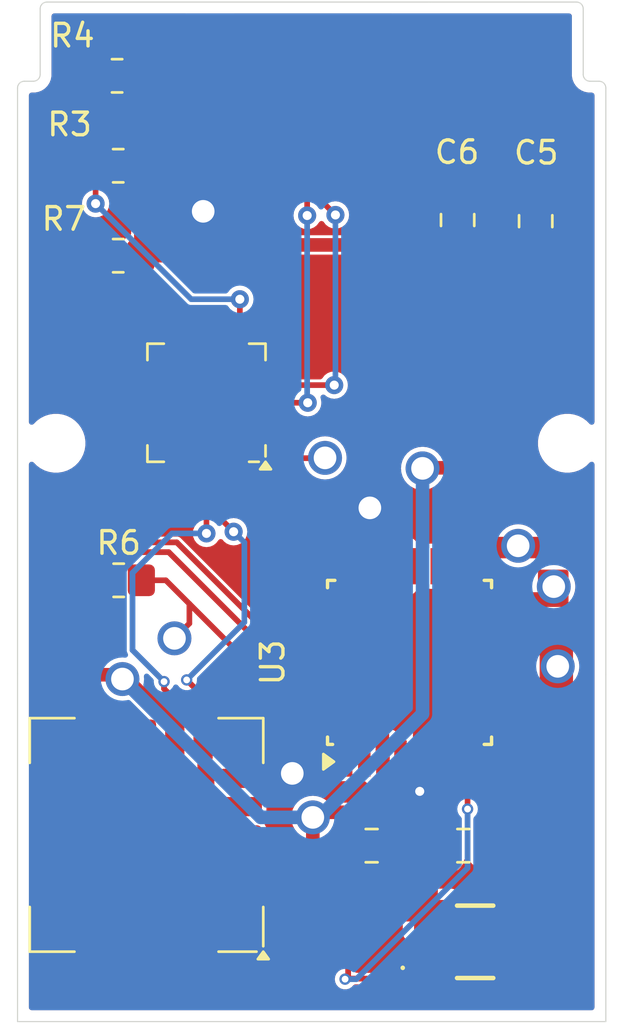
<source format=kicad_pcb>
(kicad_pcb (version 20240108) (generator "pcbnew") (generator_version "8.0")
  (title_block (title "Framework Laptop Expansion Card C02 sensor"))
  (layers (0 "F.Cu" signal) (31 "B.Cu" signal) (34 "B.Paste" user) (35 "F.Paste" user) (36 "B.SilkS" user "B.Silkscreen") (37 "F.SilkS" user "F.Silkscreen") (38 "B.Mask" user) (39 "F.Mask" user) (44 "Edge.Cuts" user))
  (net 0 "")
  (net 1 "GND")
  (net 2 "5V_bus")
  (net 3 "Net-(U4-VBUS)")
  (net 4 "Net-(U3-~{RESET}{slash}PC6)")
  (net 5 "Net-(U4-~{RST})")
  (net 8 "SCK")
  (net 13 "Net-(U3-PC5)")
  (net 14 "MOSI")
  (net 18 "/ATMega RX")
  (net 20 "/ATMega TX")
  (net 22 "Net-(U3-PC4)")
  (net 35 "unconnected-(U4-~{DTR}-Pad28)")
  (net 48 "Net-(C1-CRYSTAL_2)")
  (net 49 "Net-(C1-CRYSTAL_1)")
  (net 50 "Net-(U1-D+)")
  (net 51 "Net-(U1-D-)")
  (net 52 "MISO")
  (footprint "Package_DFN_QFN:QFN-28-1EP_5x5mm_P0.5mm_EP3.35x3.35mm" (layer "F.Cu") (at 86.2 55.45 180)
    (property "Reference" "U4" (hide yes))
    (property "Value" "CP2102N-Axx-xQFN28" (hide yes))
    (fp_line (start 2.61 2.61) (end 2.61 1.885) (stroke (width 0.12)) (layer "F.SilkS"))
    (fp_line (start 2.61 -2.61) (end 2.61 -1.885) (stroke (width 0.12)) (layer "F.SilkS"))
    (fp_line (start 1.885 2.61) (end 2.61 2.61) (stroke (width 0.12)) (layer "F.SilkS"))
    (fp_line (start 1.885 -2.61) (end 2.61 -2.61) (stroke (width 0.12)) (layer "F.SilkS"))
    (fp_line (start -1.885 2.61) (end -2.61 2.61) (stroke (width 0.12)) (layer "F.SilkS"))
    (fp_line (start -1.885 -2.61) (end -2.31 -2.61) (stroke (width 0.12)) (layer "F.SilkS"))
    (fp_line (start -2.61 2.61) (end -2.61 1.885) (stroke (width 0.12)) (layer "F.SilkS"))
    (fp_line (start -2.61 -1.885) (end -2.61 -2.37) (stroke (width 0.12)) (layer "F.SilkS"))
    (fp_poly (pts (xy -2.61 -2.61) (xy -2.85 -2.94) (xy -2.37 -2.94) (xy -2.61 -2.61)) (stroke (width 0.12)) (fill solid) (layer "F.SilkS"))
    (pad "1" smd roundrect (at -2.45 -1.5 180) (size 0.8 0.25) (layers "F.Cu" "F.Paste" "F.Mask"))
    (pad "2" smd roundrect (at -2.45 -1 180) (size 0.8 0.25) (layers "F.Cu" "F.Paste" "F.Mask"))
    (pad "3" smd roundrect (at -2.45 -0.5 180) (size 0.8 0.25) (layers "F.Cu" "F.Paste" "F.Mask") (net 1 "GND"))
    (pad "4" smd roundrect (at -2.45 0 180) (size 0.8 0.25) (layers "F.Cu" "F.Paste" "F.Mask") (net 50 "Net-(U1-D+)"))
    (pad "5" smd roundrect (at -2.45 0.5 180) (size 0.8 0.25) (layers "F.Cu" "F.Paste" "F.Mask") (net 51 "Net-(U1-D-)"))
    (pad "6" smd roundrect (at -2.45 1 180) (size 0.8 0.25) (layers "F.Cu" "F.Paste" "F.Mask"))
    (pad "7" smd roundrect (at -2.45 1.5 180) (size 0.8 0.25) (layers "F.Cu" "F.Paste" "F.Mask") (net 2 "5V_bus"))
    (pad "8" smd roundrect (at -1.5 2.45 180) (size 0.25 0.8) (layers "F.Cu" "F.Paste" "F.Mask") (net 3 "Net-(U4-VBUS)"))
    (pad "9" smd roundrect (at -1 2.45 180) (size 0.25 0.8) (layers "F.Cu" "F.Paste" "F.Mask") (net 5 "Net-(U4-~{RST})"))
    (pad "10" smd roundrect (at -0.5 2.45 180) (size 0.25 0.8) (layers "F.Cu" "F.Paste" "F.Mask"))
    (pad "11" smd roundrect (at 0 2.45 180) (size 0.25 0.8) (layers "F.Cu" "F.Paste" "F.Mask"))
    (pad "12" smd roundrect (at 0.5 2.45 180) (size 0.25 0.8) (layers "F.Cu" "F.Paste" "F.Mask"))
    (pad "13" smd roundrect (at 1 2.45 180) (size 0.25 0.8) (layers "F.Cu" "F.Paste" "F.Mask"))
    (pad "14" smd roundrect (at 1.5 2.45 180) (size 0.25 0.8) (layers "F.Cu" "F.Paste" "F.Mask"))
    (pad "15" smd roundrect (at 2.45 1.5 180) (size 0.8 0.25) (layers "F.Cu" "F.Paste" "F.Mask"))
    (pad "16" smd roundrect (at 2.45 1 180) (size 0.8 0.25) (layers "F.Cu" "F.Paste" "F.Mask"))
    (pad "17" smd roundrect (at 2.45 0.5 180) (size 0.8 0.25) (layers "F.Cu" "F.Paste" "F.Mask"))
    (pad "18" smd roundrect (at 2.45 0 180) (size 0.8 0.25) (layers "F.Cu" "F.Paste" "F.Mask"))
    (pad "19" smd roundrect (at 2.45 -0.5 180) (size 0.8 0.25) (layers "F.Cu" "F.Paste" "F.Mask"))
    (pad "20" smd roundrect (at 2.45 -1 180) (size 0.8 0.25) (layers "F.Cu" "F.Paste" "F.Mask"))
    (pad "21" smd roundrect (at 2.45 -1.5 180) (size 0.8 0.25) (layers "F.Cu" "F.Paste" "F.Mask"))
    (pad "22" smd roundrect (at 1.5 -2.45 180) (size 0.25 0.8) (layers "F.Cu" "F.Paste" "F.Mask"))
    (pad "23" smd roundrect (at 1 -2.45 180) (size 0.25 0.8) (layers "F.Cu" "F.Paste" "F.Mask"))
    (pad "24" smd roundrect (at 0.5 -2.45 180) (size 0.25 0.8) (layers "F.Cu" "F.Paste" "F.Mask"))
    (pad "25" smd roundrect (at 0 -2.45 180) (size 0.25 0.8) (layers "F.Cu" "F.Paste" "F.Mask") (net 20 "/ATMega TX"))
    (pad "26" smd roundrect (at -0.5 -2.45 180) (size 0.25 0.8) (layers "F.Cu" "F.Paste" "F.Mask") (net 18 "/ATMega RX"))
    (pad "27" smd roundrect (at -1 -2.45 180) (size 0.25 0.8) (layers "F.Cu" "F.Paste" "F.Mask"))
    (pad "28" smd roundrect (at -1.5 -2.45 180) (size 0.25 0.8) (layers "F.Cu" "F.Paste" "F.Mask") (net 35 "unconnected-(U4-~{DTR}-Pad28)"))
    (pad "29" smd rect (at 0 0 180) (size 3.35 3.35) (property pad_prop_heatsink) (layers "F.Cu" "F.Mask") (net 1 "GND"))
  )
  (footprint "Resistor_SMD:R_0805_2012Metric_Pad1.20x1.40mm_HandSolder" (layer "F.Cu") (at 82.25 41)
    (property "Reference" "R4" (at -1.975 -1.775 0) (layer "F.SilkS"))
    (property "Value" "47.5k")
    (fp_line (start -0.227064 -0.735) (end 0.227064 -0.735) (stroke (width 0.12)) (layer "F.SilkS"))
    (fp_line (start -0.227064 0.735) (end 0.227064 0.735) (stroke (width 0.12)) (layer "F.SilkS"))
    (pad "1" smd roundrect (at -1 0) (size 1.2 1.4) (layers "F.Cu" "F.Paste" "F.Mask") (roundrect_rratio 0.2083333333) (net 3 "Net-(U4-VBUS)"))
    (pad "2" smd roundrect (at 1 0) (size 1.2 1.4) (layers "F.Cu" "F.Paste" "F.Mask") (roundrect_rratio 0.2083333333) (net 1 "GND"))
  )
  (footprint "Resistor_SMD:R_0805_2012Metric_Pad1.20x1.40mm_HandSolder" (layer "F.Cu") (at 82.3 44.975 180)
    (property "Reference" "R3" (at 2.15 1.825 180) (layer "F.SilkS"))
    (property "Value" "22.1k")
    (fp_line (start -0.227064 0.735) (end 0.227064 0.735) (stroke (width 0.12)) (layer "F.SilkS"))
    (fp_line (start -0.227064 -0.735) (end 0.227064 -0.735) (stroke (width 0.12)) (layer "F.SilkS"))
    (pad "1" smd roundrect (at -1 0 180) (size 1.2 1.4) (layers "F.Cu" "F.Paste" "F.Mask") (roundrect_rratio 0.2083333333) (net 2 "5V_bus"))
    (pad "2" smd roundrect (at 1 0 180) (size 1.2 1.4) (layers "F.Cu" "F.Paste" "F.Mask") (roundrect_rratio 0.2083333333) (net 3 "Net-(U4-VBUS)"))
  )
  (footprint "830030819:830030819" (layer "F.Cu") (at 98.075 79.275)
    (property "Reference" "C1" (hide yes))
    (property "Value" "830030819" (hide yes))
    (fp_line (start -3.2 1.1) (end -3.2 1.1) (stroke (width 0.1)) (layer "F.SilkS"))
    (fp_line (start -3.2 1.2) (end -3.2 1.2) (stroke (width 0.1)) (layer "F.SilkS"))
    (fp_line (start -0.8 -1.6) (end 0.8 -1.6) (stroke (width 0.2)) (layer "F.SilkS"))
    (fp_line (start -0.8 1.6) (end 0.8 1.6) (stroke (width 0.2)) (layer "F.SilkS"))
    (fp_arc (start -3.2 1.1) (mid -3.15 1.15) (end -3.2 1.2) (stroke (width 0.1)) (layer "F.SilkS"))
    (fp_arc (start -3.2 1.2) (mid -3.25 1.15) (end -3.2 1.1) (stroke (width 0.1)) (layer "F.SilkS"))
    (pad "1" smd rect (at -1.9 1.15 90) (size 1.4 1.6) (layers "F.Cu" "F.Paste" "F.Mask") (net 49 "Net-(C1-CRYSTAL_1)"))
    (pad "2" smd rect (at 1.9 1.15 90) (size 1.4 1.6) (layers "F.Cu" "F.Paste" "F.Mask") (net 1 "GND"))
    (pad "3" smd rect (at 1.9 -1.15 90) (size 1.4 1.6) (layers "F.Cu" "F.Paste" "F.Mask") (net 48 "Net-(C1-CRYSTAL_2)"))
    (pad "4" smd rect (at -1.9 -1.15 90) (size 1.4 1.6) (layers "F.Cu" "F.Paste" "F.Mask") (net 1 "GND"))
  )
  (footprint "Capacitor_SMD:C_0805_2012Metric_Pad1.18x1.45mm_HandSolder" (layer "F.Cu") (at 97.55 75.025 180)
    (property "Reference" "C4" (hide yes))
    (property "Value" "18p")
    (fp_line (start -0.261252 0.735) (end 0.261252 0.735) (stroke (width 0.12)) (layer "F.SilkS"))
    (fp_line (start -0.261252 -0.735) (end 0.261252 -0.735) (stroke (width 0.12)) (layer "F.SilkS"))
    (pad "1" smd roundrect (at -1.0375 0 180) (size 1.175 1.45) (layers "F.Cu" "F.Paste" "F.Mask") (roundrect_rratio 0.2127659574) (net 48 "Net-(C1-CRYSTAL_2)"))
    (pad "2" smd roundrect (at 1.0375 0 180) (size 1.175 1.45) (layers "F.Cu" "F.Paste" "F.Mask") (roundrect_rratio 0.2127659574) (net 1 "GND"))
  )
  (footprint "Resistor_SMD:R_0805_2012Metric_Pad1.20x1.40mm_HandSolder" (layer "F.Cu") (at 82.3 48.95 180)
    (property "Reference" "R7" (at 2.4 1.625 180) (layer "F.SilkS"))
    (property "Value" "1k")
    (fp_line (start -0.227064 0.735) (end 0.227064 0.735) (stroke (width 0.12)) (layer "F.SilkS"))
    (fp_line (start -0.227064 -0.735) (end 0.227064 -0.735) (stroke (width 0.12)) (layer "F.SilkS"))
    (pad "1" smd roundrect (at -1 0 180) (size 1.2 1.4) (layers "F.Cu" "F.Paste" "F.Mask") (roundrect_rratio 0.2083333333) (net 2 "5V_bus"))
    (pad "2" smd roundrect (at 1 0 180) (size 1.2 1.4) (layers "F.Cu" "F.Paste" "F.Mask") (roundrect_rratio 0.2083333333) (net 5 "Net-(U4-~{RST})"))
  )
  (footprint "Capacitor_SMD:C_0805_2012Metric_Pad1.18x1.45mm_HandSolder" (layer "F.Cu") (at 100.75 47.425 90)
    (property "Reference" "C5" (at 3.025 0.025 0) (layer "F.SilkS"))
    (property "Value" "4.7u")
    (fp_line (start -0.261252 -0.735) (end 0.261252 -0.735) (stroke (width 0.12)) (layer "F.SilkS"))
    (fp_line (start -0.261252 0.735) (end 0.261252 0.735) (stroke (width 0.12)) (layer "F.SilkS"))
    (pad "1" smd roundrect (at -1.0375 0 90) (size 1.175 1.45) (layers "F.Cu" "F.Paste" "F.Mask") (roundrect_rratio 0.2127659574) (net 2 "5V_bus"))
    (pad "2" smd roundrect (at 1.0375 0 90) (size 1.175 1.45) (layers "F.Cu" "F.Paste" "F.Mask") (roundrect_rratio 0.2127659574) (net 1 "GND"))
  )
  (footprint "Sensor:Sensirion_SCD4x-1EP_10.1x10.1mm_P1.25mm_EP4.8x4.8mm" (layer "F.Cu") (at 83.55 74.55 180)
    (property "Reference" "U5" (hide yes))
    (property "Value" "SCD40-D-R2")
    (fp_line (start 5.16 5.16) (end 5.16 3.185) (stroke (width 0.12)) (layer "F.SilkS"))
    (fp_line (start 5.16 -5.16) (end 5.16 -3.185) (stroke (width 0.12)) (layer "F.SilkS"))
    (fp_line (start 3.185 5.16) (end 5.16 5.16) (stroke (width 0.12)) (layer "F.SilkS"))
    (fp_line (start 3.185 -5.16) (end 5.16 -5.16) (stroke (width 0.12)) (layer "F.SilkS"))
    (fp_line (start -3.185 5.16) (end -5.16 5.16) (stroke (width 0.12)) (layer "F.SilkS"))
    (fp_line (start -3.185 -5.16) (end -4.86 -5.16) (stroke (width 0.12)) (layer "F.SilkS"))
    (fp_line (start -5.16 5.16) (end -5.16 3.185) (stroke (width 0.12)) (layer "F.SilkS"))
    (fp_line (start -5.16 -3.185) (end -5.16 -4.92) (stroke (width 0.12)) (layer "F.SilkS"))
    (fp_poly (pts (xy -5.16 -5.16) (xy -5.4 -5.49) (xy -4.92 -5.49) (xy -5.16 -5.16)) (stroke (width 0.12)) (fill solid) (layer "F.SilkS"))
    (pad "1" smd roundrect (at -4.15 -2.5 180) (size 1.9 0.85) (layers "F.Cu" "F.Paste" "F.Mask"))
    (pad "2" smd roundrect (at -4.15 -1.25 180) (size 1.9 0.85) (layers "F.Cu" "F.Paste" "F.Mask"))
    (pad "3" smd roundrect (at -4.15 0 180) (size 1.9 0.85) (layers "F.Cu" "F.Paste" "F.Mask"))
    (pad "4" smd roundrect (at -4.15 1.25 180) (size 1.9 0.85) (layers "F.Cu" "F.Paste" "F.Mask"))
    (pad "5" smd roundrect (at -4.15 2.5 180) (size 1.9 0.85) (layers "F.Cu" "F.Paste" "F.Mask"))
    (pad "6" smd roundrect (at -2.5 4.15 180) (size 0.85 1.9) (layers "F.Cu" "F.Paste" "F.Mask") (net 1 "GND"))
    (pad "7" smd roundrect (at -1.25 4.15 180) (size 0.85 1.9) (layers "F.Cu" "F.Paste" "F.Mask") (net 2 "5V_bus"))
    (pad "8" smd roundrect (at 0 4.15 180) (size 0.85 1.9) (layers "F.Cu" "F.Paste" "F.Mask"))
    (pad "9" smd roundrect (at 1.25 4.15 180) (size 0.85 1.9) (layers "F.Cu" "F.Paste" "F.Mask") (net 13 "Net-(U3-PC5)"))
    (pad "10" smd roundrect (at 2.5 4.15 180) (size 0.85 1.9) (layers "F.Cu" "F.Paste" "F.Mask") (net 22 "Net-(U3-PC4)"))
    (pad "11" smd roundrect (at 4.15 2.5 180) (size 1.9 0.85) (layers "F.Cu" "F.Paste" "F.Mask"))
    (pad "12" smd roundrect (at 4.15 1.25 180) (size 1.9 0.85) (layers "F.Cu" "F.Paste" "F.Mask"))
    (pad "13" smd roundrect (at 4.15 0 180) (size 1.9 0.85) (layers "F.Cu" "F.Paste" "F.Mask"))
    (pad "14" smd roundrect (at 4.15 -1.25 180) (size 1.9 0.85) (layers "F.Cu" "F.Paste" "F.Mask"))
    (pad "15" smd roundrect (at 4.15 -2.5 180) (size 1.9 0.85) (layers "F.Cu" "F.Paste" "F.Mask"))
    (pad "16" smd roundrect (at 2.5 -4.15 180) (size 0.85 1.9) (layers "F.Cu" "F.Paste" "F.Mask"))
    (pad "17" smd roundrect (at 1.25 -4.15 180) (size 0.85 1.9) (layers "F.Cu" "F.Paste" "F.Mask"))
    (pad "18" smd roundrect (at 0 -4.15 180) (size 0.85 1.9) (layers "F.Cu" "F.Paste" "F.Mask"))
    (pad "19" smd roundrect (at -1.25 -4.15 180) (size 0.85 1.9) (layers "F.Cu" "F.Paste" "F.Mask") (net 2 "5V_bus"))
    (pad "20" smd roundrect (at -2.5 -4.15 180) (size 0.85 1.9) (layers "F.Cu" "F.Paste" "F.Mask") (net 1 "GND"))
    (pad "21" smd rect (at 0 0 180) (size 4.8 4.8) (property pad_prop_heatsink) (layers "F.Cu" "F.Mask") (net 1 "GND"))
  )
  (footprint "MountingHole:MountingHole_2.2mm_M2" (layer "F.Cu") (at 102.15 57.24)
    (property "Reference" "H2" (hide yes))
    (property "Value" "MountingHole" (hide yes))
    (pad "" np_thru_hole circle (at 0 0) (size 2.2 2.2) (drill 2.2) (layers "F&B.Cu" "*.Mask"))
  )
  (footprint "Package_QFP:TQFP-32_7x7mm_P0.8mm" (layer "F.Cu") (at 95.175 66.925 90)
    (property "Reference" "U3" (at 0 -6.05 -90) (layer "F.SilkS"))
    (property "Value" "ATmega328-A")
    (fp_line (start 3.625 -3.625) (end 3.3 -3.625) (stroke (width 0.15)) (layer "F.SilkS"))
    (fp_line (start 3.625 -3.625) (end 3.625 -3.3) (stroke (width 0.15)) (layer "F.SilkS"))
    (fp_line (start -3.625 -3.625) (end -3.3 -3.625) (stroke (width 0.15)) (layer "F.SilkS"))
    (fp_line (start -3.625 -3.625) (end -3.625 -3.4) (stroke (width 0.15)) (layer "F.SilkS"))
    (fp_line (start 3.625 3.625) (end 3.625 3.3) (stroke (width 0.15)) (layer "F.SilkS"))
    (fp_line (start 3.625 3.625) (end 3.3 3.625) (stroke (width 0.15)) (layer "F.SilkS"))
    (fp_line (start -3.625 3.625) (end -3.625 3.3) (stroke (width 0.15)) (layer "F.SilkS"))
    (fp_line (start -3.625 3.625) (end -3.3 3.625) (stroke (width 0.15)) (layer "F.SilkS"))
    (fp_poly (pts (xy -4.39 -3.34) (xy -4.73 -3.81) (xy -4.05 -3.81) (xy -4.39 -3.34)) (stroke (width 0.12)) (fill solid) (layer "F.SilkS"))
    (pad "1" smd rect (at -4.25 -2.8 90) (size 1.6 0.55) (layers "F.Cu" "F.Paste" "F.Mask"))
    (pad "2" smd rect (at -4.25 -2 90) (size 1.6 0.55) (layers "F.Cu" "F.Paste" "F.Mask"))
    (pad "3" smd rect (at -4.25 -1.2 90) (size 1.6 0.55) (layers "F.Cu" "F.Paste" "F.Mask") (net 1 "GND"))
    (pad "4" smd rect (at -4.25 -0.4 90) (size 1.6 0.55) (layers "F.Cu" "F.Paste" "F.Mask") (net 2 "5V_bus"))
    (pad "5" smd rect (at -4.25 0.4 90) (size 1.6 0.55) (layers "F.Cu" "F.Paste" "F.Mask") (net 1 "GND"))
    (pad "6" smd rect (at -4.25 1.2 90) (size 1.6 0.55) (layers "F.Cu" "F.Paste" "F.Mask") (net 2 "5V_bus"))
    (pad "7" smd rect (at -4.25 2 90) (size 1.6 0.55) (layers "F.Cu" "F.Paste" "F.Mask") (net 49 "Net-(C1-CRYSTAL_1)"))
    (pad "8" smd rect (at -4.25 2.8 90) (size 1.6 0.55) (layers "F.Cu" "F.Paste" "F.Mask") (net 48 "Net-(C1-CRYSTAL_2)"))
    (pad "9" smd rect (at -2.8 4.25 180) (size 1.6 0.55) (layers "F.Cu" "F.Paste" "F.Mask"))
    (pad "10" smd rect (at -2 4.25 180) (size 1.6 0.55) (layers "F.Cu" "F.Paste" "F.Mask"))
    (pad "11" smd rect (at -1.2 4.25 180) (size 1.6 0.55) (layers "F.Cu" "F.Paste" "F.Mask"))
    (pad "12" smd rect (at -0.4 4.25 180) (size 1.6 0.55) (layers "F.Cu" "F.Paste" "F.Mask"))
    (pad "13" smd rect (at 0.4 4.25 180) (size 1.6 0.55) (layers "F.Cu" "F.Paste" "F.Mask"))
    (pad "14" smd rect (at 1.2 4.25 180) (size 1.6 0.55) (layers "F.Cu" "F.Paste" "F.Mask"))
    (pad "15" smd rect (at 2 4.25 180) (size 1.6 0.55) (layers "F.Cu" "F.Paste" "F.Mask") (net 14 "MOSI"))
    (pad "16" smd rect (at 2.8 4.25 180) (size 1.6 0.55) (layers "F.Cu" "F.Paste" "F.Mask") (net 52 "MISO"))
    (pad "17" smd rect (at 4.25 2.8 90) (size 1.6 0.55) (layers "F.Cu" "F.Paste" "F.Mask") (net 8 "SCK"))
    (pad "18" smd rect (at 4.25 2 90) (size 1.6 0.55) (layers "F.Cu" "F.Paste" "F.Mask") (net 2 "5V_bus"))
    (pad "19" smd rect (at 4.25 1.2 90) (size 1.6 0.55) (layers "F.Cu" "F.Paste" "F.Mask"))
    (pad "20" smd rect (at 4.25 0.4 90) (size 1.6 0.55) (layers "F.Cu" "F.Paste" "F.Mask"))
    (pad "21" smd rect (at 4.25 -0.4 90) (size 1.6 0.55) (layers "F.Cu" "F.Paste" "F.Mask") (net 1 "GND"))
    (pad "22" smd rect (at 4.25 -1.2 90) (size 1.6 0.55) (layers "F.Cu" "F.Paste" "F.Mask"))
    (pad "23" smd rect (at 4.25 -2 90) (size 1.6 0.55) (layers "F.Cu" "F.Paste" "F.Mask"))
    (pad "24" smd rect (at 4.25 -2.8 90) (size 1.6 0.55) (layers "F.Cu" "F.Paste" "F.Mask"))
    (pad "25" smd rect (at 2.8 -4.25 180) (size 1.6 0.55) (layers "F.Cu" "F.Paste" "F.Mask"))
    (pad "26" smd rect (at 2 -4.25 180) (size 1.6 0.55) (layers "F.Cu" "F.Paste" "F.Mask"))
    (pad "27" smd rect (at 1.2 -4.25 180) (size 1.6 0.55) (layers "F.Cu" "F.Paste" "F.Mask") (net 22 "Net-(U3-PC4)"))
    (pad "28" smd rect (at 0.4 -4.25 180) (size 1.6 0.55) (layers "F.Cu" "F.Paste" "F.Mask") (net 13 "Net-(U3-PC5)"))
    (pad "29" smd rect (at -0.4 -4.25 180) (size 1.6 0.55) (layers "F.Cu" "F.Paste" "F.Mask") (net 4 "Net-(U3-~{RESET}{slash}PC6)"))
    (pad "30" smd rect (at -1.2 -4.25 180) (size 1.6 0.55) (layers "F.Cu" "F.Paste" "F.Mask") (net 18 "/ATMega RX"))
    (pad "31" smd rect (at -2 -4.25 180) (size 1.6 0.55) (layers "F.Cu" "F.Paste" "F.Mask") (net 20 "/ATMega TX"))
    (pad "32" smd rect (at -2.8 -4.25 180) (size 1.6 0.55) (layers "F.Cu" "F.Paste" "F.Mask"))
  )
  (footprint "Resistor_SMD:R_0805_2012Metric_Pad1.20x1.40mm_HandSolder" (layer "F.Cu") (at 82.3214 63.2968)
    (property "Reference" "R6" (at 0 -1.65 0) (layer "F.SilkS"))
    (property "Value" "10k")
    (fp_line (start -0.227064 -0.735) (end 0.227064 -0.735) (stroke (width 0.12)) (layer "F.SilkS"))
    (fp_line (start -0.227064 0.735) (end 0.227064 0.735) (stroke (width 0.12)) (layer "F.SilkS"))
    (pad "1" smd roundrect (at -1 0) (size 1.2 1.4) (layers "F.Cu" "F.Paste" "F.Mask") (roundrect_rratio 0.2083333333) (net 2 "5V_bus"))
    (pad "2" smd roundrect (at 1 0) (size 1.2 1.4) (layers "F.Cu" "F.Paste" "F.Mask") (roundrect_rratio 0.2083333333) (net 4 "Net-(U3-~{RESET}{slash}PC6)"))
  )
  (footprint "MountingHole:MountingHole_2.2mm_M2" (layer "F.Cu") (at 79.55 57.24)
    (property "Reference" "H1" (hide yes))
    (property "Value" "MountingHole" (hide yes))
    (pad "" np_thru_hole circle (at 0 0) (size 2.2 2.2) (drill 2.2) (layers "F&B.Cu" "*.Mask"))
  )
  (footprint "Capacitor_SMD:C_0805_2012Metric_Pad1.18x1.45mm_HandSolder" (layer "F.Cu") (at 93.5 75.025)
    (property "Reference" "C3" (hide yes))
    (property "Value" "18p")
    (fp_line (start -0.261252 -0.735) (end 0.261252 -0.735) (stroke (width 0.12)) (layer "F.SilkS"))
    (fp_line (start -0.261252 0.735) (end 0.261252 0.735) (stroke (width 0.12)) (layer "F.SilkS"))
    (pad "1" smd roundrect (at -1.0375 0) (size 1.175 1.45) (layers "F.Cu" "F.Paste" "F.Mask") (roundrect_rratio 0.2127659574) (net 49 "Net-(C1-CRYSTAL_1)"))
    (pad "2" smd roundrect (at 1.0375 0) (size 1.175 1.45) (layers "F.Cu" "F.Paste" "F.Mask") (roundrect_rratio 0.2127659574) (net 1 "GND"))
  )
  (footprint "Capacitor_SMD:C_0805_2012Metric_Pad1.18x1.45mm_HandSolder" (layer "F.Cu") (at 97.3 47.375 90)
    (property "Reference" "C6" (at 3 -0.025 0) (layer "F.SilkS"))
    (property "Value" "0.1u")
    (fp_line (start -0.261252 -0.735) (end 0.261252 -0.735) (stroke (width 0.12)) (layer "F.SilkS"))
    (fp_line (start -0.261252 0.735) (end 0.261252 0.735) (stroke (width 0.12)) (layer "F.SilkS"))
    (pad "1" smd roundrect (at -1.0375 0 90) (size 1.175 1.45) (layers "F.Cu" "F.Paste" "F.Mask") (roundrect_rratio 0.2127659574) (net 2 "5V_bus"))
    (pad "2" smd roundrect (at 1.0375 0 90) (size 1.175 1.45) (layers "F.Cu" "F.Paste" "F.Mask") (roundrect_rratio 0.2127659574) (net 1 "GND"))
  )
  (footprint "Framework_Card_USBC_Connector:framework_adafruit_USBC_connector" (layer "F.Cu") (at 87.1 44.4)
    (property "Reference" "U1" (hide yes))
    (property "Value" "~" (hide yes))
    (pad "15" smd rect (at 8.35 -2.8 180) (size 1.5 1.2) (layers "F.Cu" "F.Paste" "F.Mask"))
    (pad "16" smd rect (at -0.75 -2.8 180) (size 1.5 1.2) (layers "F.Cu" "F.Paste" "F.Mask"))
    (pad "17" smd rect (at 8.35 -5.4 180) (size 1.5 1.2) (layers "F.Cu" "F.Paste" "F.Mask"))
    (pad "18" smd rect (at -0.75 -5.4 180) (size 1.5 1.2) (layers "F.Cu" "F.Paste" "F.Mask"))
    (pad "A1(GND)" smd rect (at 1.05 -0.9) (size 0.4 1.8) (layers "F.Cu" "F.Paste" "F.Mask") (net 1 "GND"))
    (pad "A4(VBUS)" smd rect (at 2.55 -0.9) (size 0.4 1.8) (layers "F.Cu" "F.Paste" "F.Mask") (net 2 "5V_bus"))
    (pad "A5(CC)" smd rect (at 3.05 -0.9) (size 0.4 1.8) (layers "F.Cu" "F.Paste" "F.Mask"))
    (pad "A6(D+)" smd rect (at 3.55 -0.9) (size 0.4 1.8) (layers "F.Cu" "F.Paste" "F.Mask") (net 50 "Net-(U1-D+)"))
    (pad "A7(D-)" smd rect (at 4.05 -0.9) (size 0.4 1.8) (layers "F.Cu" "F.Paste" "F.Mask") (net 51 "Net-(U1-D-)"))
    (pad "A10(RX2-)" smd rect (at 5.55 -0.9) (size 0.4 1.8) (layers "F.Cu" "F.Paste" "F.Mask"))
    (pad "A11(RX2+)" smd rect (at 6.05 -0.9) (size 0.4 1.8) (layers "F.Cu" "F.Paste" "F.Mask"))
    (pad "B2(TX2+)" smd rect (at 6.55 -0.9) (size 0.4 1.8) (layers "F.Cu" "F.Paste" "F.Mask"))
    (pad "B3(TX2-)" smd rect (at 5.05 -0.9) (size 0.4 1.8) (layers "F.Cu" "F.Paste" "F.Mask"))
    (pad "B5(VCONN)" smd rect (at 4.55 -0.9) (size 0.4 1.8) (layers "F.Cu" "F.Paste" "F.Mask"))
    (pad "B9(VBUS)" smd rect (at 2.05 -0.9) (size 0.4 1.8) (layers "F.Cu" "F.Paste" "F.Mask") (net 2 "5V_bus"))
    (pad "B12(GND)" smd rect (at 1.55 -0.9) (size 0.4 1.8) (layers "F.Cu" "F.Paste" "F.Mask") (net 1 "GND"))
    (pad "latch1" smd rect (at 0.375 -1) (size 0.75 2) (layers "F.Cu" "F.Paste" "F.Mask"))
    (pad "latch2" smd rect (at 7.225 -1) (size 0.75 2) (layers "F.Cu" "F.Paste" "F.Mask"))
  )
  (gr_arc (start 78.85 38.04) (mid 78.937868 37.827868) (end 79.15 37.74) (stroke (width 0.05)) (layer "Edge.Cuts"))
  (gr_line (start 102.85 40.94) (end 102.85 38.04) (stroke (width 0.05)) (layer "Edge.Cuts"))
  (gr_line (start 103.15 41.24) (end 103.55 41.24) (stroke (width 0.05)) (layer "Edge.Cuts"))
  (gr_line (start 103.85 41.54) (end 103.85 67.44) (stroke (width 0.05)) (layer "Edge.Cuts"))
  (gr_line (start 96.1 37.74) (end 79.15 37.74) (stroke (width 0.05)) (layer "Edge.Cuts"))
  (gr_line (start 77.85 67.44) (end 77.85 82.8) (stroke (width 0.05)) (layer "Edge.Cuts"))
  (gr_line (start 77.85 82.8) (end 103.85 82.8) (stroke (width 0.05)) (layer "Edge.Cuts"))
  (gr_arc (start 103.15 41.24) (mid 102.937868 41.152132) (end 102.85 40.94) (stroke (width 0.05)) (layer "Edge.Cuts"))
  (gr_line (start 77.85 41.54) (end 77.85 67.44) (stroke (width 0.05)) (layer "Edge.Cuts"))
  (gr_line (start 78.15 41.24) (end 78.55 41.24) (stroke (width 0.05)) (layer "Edge.Cuts"))
  (gr_line (start 78.85 40.94) (end 78.85 38.04) (stroke (width 0.05)) (layer "Edge.Cuts"))
  (gr_arc (start 103.55 41.24) (mid 103.762132 41.327868) (end 103.85 41.54) (stroke (width 0.05)) (layer "Edge.Cuts"))
  (gr_arc (start 78.85 40.94) (mid 78.762132 41.152132) (end 78.55 41.24) (stroke (width 0.05)) (layer "Edge.Cuts"))
  (gr_line (start 103.85 82.8) (end 103.85 67.44) (stroke (width 0.05)) (layer "Edge.Cuts"))
  (gr_line (start 96.1 37.74) (end 102.55 37.74) (stroke (width 0.05)) (layer "Edge.Cuts"))
  (gr_arc (start 102.55 37.74) (mid 102.762132 37.827868) (end 102.85 38.04) (stroke (width 0.05)) (layer "Edge.Cuts"))
  (gr_arc (start 77.85 41.54) (mid 77.937868 41.327868) (end 78.15 41.24) (stroke (width 0.05)) (layer "Edge.Cuts"))
  (segment (start 95.575 71.175) (end 95.575 72.575) (width 0.6) (layer "F.Cu") (net 1))
  (segment (start 88.65 45.725) (end 88.65 41.9394) (width 0.254) (layer "F.Cu") (net 1))
  (segment (start 86.05 78.7) (end 86.05 77.05) (width 0.254) (layer "F.Cu") (net 1))
  (segment (start 93.975 71.175) (end 93.975 69.05) (width 0.6) (layer "F.Cu") (net 1))
  (segment (start 88.15 46.075) (end 88.15 41.91) (width 0.254) (layer "F.Cu") (net 1))
  (segment (start 88.225 46.15) (end 86.8952 46.15) (width 0.6) (layer "F.Cu") (net 1))
  (segment (start 94.775 65.225) (end 94.8 65.25) (width 0.6) (layer "F.Cu") (net 1))
  (segment (start 86.8952 46.15) (end 86.0552 46.99) (width 0.6) (layer "F.Cu") (net 1))
  (segment (start 86.05 72.05) (end 86.05 70.4) (width 0.254) (layer "F.Cu") (net 1))
  (segment (start 88.225 46.15) (end 88.1675 46.0925) (width 0.381) (layer "F.Cu") (net 1))
  (segment (start 94.775 62.675) (end 94.775 65.225) (width 0.6) (layer "F.Cu") (net 1))
  (segment (start 88.1675 46.0925) (end 88.1675 44.4) (width 0.381) (layer "F.Cu") (net 1))
  (segment (start 88.65 41.9394) (end 88.646 41.9354) (width 0.254) (layer "F.Cu") (net 1))
  (segment (start 88.6325 45.9325) (end 88.6325 44.4) (width 0.381) (layer "F.Cu") (net 1))
  (segment (start 86.05 77.05) (end 83.55 74.55) (width 0.254) (layer "F.Cu") (net 1))
  (segment (start 95.575 72.575) (end 95.625 72.625) (width 0.6) (layer "F.Cu") (net 1))
  (segment (start 88.225 46.15) (end 88.65 45.725) (width 0.254) (layer "F.Cu") (net 1))
  (segment (start 83.55 74.55) (end 86.05 72.05) (width 0.254) (layer "F.Cu") (net 1))
  (segment (start 88.225 46.15) (end 88.15 46.075) (width 0.254) (layer "F.Cu") (net 1))
  (via (at 89.9922 71.8312) (size 1.5) (drill 1) (layers "F.Cu" "B.Cu") (net 1))
  (via (at 86.0552 46.99) (size 1.5) (drill 1) (layers "F.Cu" "B.Cu") (net 1))
  (via (at 93.4212 60.0964) (size 1.5) (drill 1) (layers "F.Cu" "B.Cu") (net 1))
  (via (at 95.625 72.625) (size 0.8) (drill 0.4) (layers "F.Cu" "B.Cu") (net 1))
  (segment (start 82.4871 67.6621) (end 82.672378 67.6621) (width 0.6) (layer "F.Cu") (net 2))
  (segment (start 84.8 79.649999) (end 86.500001 81.35) (width 0.6) (layer "F.Cu") (net 2))
  (segment (start 82.2964 67.4714) (end 82.4871 67.6621) (width 0.6) (layer "F.Cu") (net 2))
  (segment (start 83.3 44.975) (end 83.3 48.95) (width 0.6) (layer "F.Cu") (net 2))
  (segment (start 94.775 73.55) (end 96.375 73.55) (width 0.6) (layer "F.Cu") (net 2))
  (segment (start 88.325 48.475) (end 87.85 48.95) (width 0.6) (layer "F.Cu") (net 2))
  (segment (start 88.65 49.75) (end 88.65 53.898) (width 0.6) (layer "F.Cu") (net 2))
  (segment (start 84.8 78.7) (end 84.8 79.649999) (width 0.6) (layer "F.Cu") (net 2))
  (segment (start 100.75 48.4625) (end 97.35 48.4625) (width 0.254) (layer "F.Cu") (net 2))
  (segment (start 84.8 69.789722) (end 84.8 70.4) (width 0.6) (layer "F.Cu") (net 2))
  (segment (start 89.65 46.55) (end 89.15 47.05) (width 0.6) (layer "F.Cu") (net 2))
  (segment (start 94.775 73.55) (end 93.175 73.55) (width 0.6) (layer "F.Cu") (net 2))
  (segment (start 91.125 73.55) (end 90.9 73.775) (width 0.6) (layer "F.Cu") (net 2))
  (segment (start 93.529 73.55) (end 93.175 73.55) (width 0.6) (layer "F.Cu") (net 2))
  (segment (start 89.15 44.4) (end 89.15 47.05) (width 0.254) (layer "F.Cu") (net 2))
  (segment (start 89.675 81.35) (end 90.9 80.125) (width 0.6) (layer "F.Cu") (net 2))
  (segment (start 97.175 58.325) (end 95.775 58.325) (width 0.6) (layer "F.Cu") (net 2))
  (segment (start 97.175 58.325) (end 97.175 48.475) (width 0.6) (layer "F.Cu") (net 2))
  (segment (start 83.3 48.95) (end 87.85 48.95) (width 0.6) (layer "F.Cu") (net 2))
  (segment (start 89.6325 46.4075) (end 89.6325 44.4) (width 0.381) (layer "F.Cu") (net 2))
  (segment (start 89.65 44.4) (end 89.65 46.55) (width 0.254) (layer "F.Cu") (net 2))
  (segment (start 94.775 71.175) (end 94.775 72.304) (width 0.6) (layer "F.Cu") (net 2))
  (segment (start 96.473 73.452) (end 96.473 71.273) (width 0.6) (layer "F.Cu") (net 2))
  (segment (start 89.65 46.55) (end 89.65 46.425) (width 0.381) (layer "F.Cu") (net 2))
  (segment (start 86.500001 81.35) (end 89.675 81.35) (width 0.6) (layer "F.Cu") (net 2))
  (segment (start 90.9 80.125) (end 90.9 73.775) (width 0.6) (layer "F.Cu") (net 2))
  (segment (start 89.15 47.05) (end 87.85 48.35) (width 0.6) (layer "F.Cu") (net 2))
  (segment (start 87.85 48.35) (end 87.85 48.95) (width 0.6) (layer "F.Cu") (net 2))
  (segment (start 97.175 48.475) (end 88.325 48.475) (width 0.6) (layer "F.Cu") (net 2))
  (segment (start 87.85 48.95) (end 88.65 49.75) (width 0.6) (layer "F.Cu") (net 2))
  (segment (start 89.65 46.425) (end 89.6325 46.4075) (width 0.381) (layer "F.Cu") (net 2))
  (segment (start 89.15 47.05) (end 89.1675 47.0325) (width 0.381) (layer "F.Cu") (net 2))
  (segment (start 94.775 72.304) (end 93.529 73.55) (width 0.6) (layer "F.Cu") (net 2))
  (segment (start 89.1675 47.0325) (end 89.1675 44.4) (width 0.381) (layer "F.Cu") (net 2))
  (segment (start 81.3214 63.2968) (end 81.3214 67.4714) (width 0.6) (layer "F.Cu") (net 2))
  (segment (start 96.473 71.273) (end 96.375 71.175) (width 0.6) (layer "F.Cu") (net 2))
  (segment (start 81.3214 67.4714) (end 82.2964 67.4714) (width 0.6) (layer "F.Cu") (net 2))
  (segment (start 97.175 62.675) (end 97.175 58.325) (width 0.6) (layer "F.Cu") (net 2))
  (segment (start 93.175 73.55) (end 91.125 73.55) (width 0.6) (layer "F.Cu") (net 2))
  (segment (start 95.775 58.325) (end 95.75 58.35) (width 0.6) (layer "F.Cu") (net 2))
  (segment (start 82.672378 67.6621) (end 84.8 69.789722) (width 0.6) (layer "F.Cu") (net 2))
  (segment (start 97.35 48.4625) (end 97.3 48.4125) (width 0.254) (layer "F.Cu") (net 2))
  (via (at 90.9 73.775) (size 1.5) (drill 1) (layers "F.Cu" "B.Cu") (net 2))
  (via (at 95.75 58.35) (size 1.5) (drill 1) (layers "F.Cu" "B.Cu") (net 2))
  (via (at 82.4871 67.6621) (size 1.5) (drill 1) (layers "F.Cu" "B.Cu") (net 2))
  (segment (start 95.75 69.199996) (end 91.174996 73.775) (width 0.6) (layer "B.Cu") (net 2))
  (segment (start 95.75 58.35) (end 95.75 69.199996) (width 0.6) (layer "B.Cu") (net 2))
  (segment (start 88.6 73.775) (end 90.9 73.775) (width 0.6) (layer "B.Cu") (net 2))
  (segment (start 91.174996 73.775) (end 90.9 73.775) (width 0.6) (layer "B.Cu") (net 2))
  (segment (start 82.4871 67.6621) (end 88.6 73.775) (width 0.6) (layer "B.Cu") (net 2))
  (segment (start 81.3 44.975) (end 81.3 46.65) (width 0.25) (layer "F.Cu") (net 3))
  (segment (start 81.25 41) (end 81.25 44.925) (width 0.25) (layer "F.Cu") (net 3))
  (segment (start 87.675 52.975) (end 87.7 53) (width 0.25) (layer "F.Cu") (net 3))
  (segment (start 87.675 50.875) (end 87.675 52.975) (width 0.25) (layer "F.Cu") (net 3))
  (segment (start 81.25 44.925) (end 81.3 44.975) (width 0.25) (layer "F.Cu") (net 3))
  (via (at 81.3 46.65) (size 0.8) (drill 0.4) (layers "F.Cu" "B.Cu") (net 3))
  (via (at 87.675 50.875) (size 0.8) (drill 0.4) (layers "F.Cu" "B.Cu") (net 3))
  (segment (start 85.525 50.875) (end 87.675 50.875) (width 0.25) (layer "B.Cu") (net 3))
  (segment (start 81.3 46.65) (end 85.525 50.875) (width 0.25) (layer "B.Cu") (net 3))
  (segment (start 83.3214 63.2968) (end 84.4042 63.2968) (width 0.25) (layer "F.Cu") (net 4))
  (segment (start 84.4042 63.2968) (end 85.4456 64.3382) (width 0.25) (layer "F.Cu") (net 4))
  (segment (start 88.4324 67.325) (end 90.925 67.325) (width 0.25) (layer "F.Cu") (net 4))
  (segment (start 84.7852 65.8622) (end 85.4456 65.2018) (width 0.25) (layer "F.Cu") (net 4))
  (segment (start 85.4456 65.2018) (end 85.4456 64.3382) (width 0.25) (layer "F.Cu") (net 4))
  (segment (start 85.4456 64.3382) (end 88.4324 67.325) (width 0.25) (layer "F.Cu") (net 4))
  (via (at 84.7852 65.8622) (size 1.5) (drill 1) (layers "F.Cu" "B.Cu") (net 4))
  (segment (start 81.3 48.95) (end 83.85 51.5) (width 0.25) (layer "F.Cu") (net 5))
  (segment (start 87.2 52.475) (end 87.2 53) (width 0.25) (layer "F.Cu") (net 5))
  (segment (start 86.225 51.5) (end 87.2 52.475) (width 0.25) (layer "F.Cu") (net 5))
  (segment (start 83.85 51.5) (end 86.225 51.5) (width 0.25) (layer "F.Cu") (net 5))
  (segment (start 97.975 62.675) (end 98.85 61.8) (width 0.6) (layer "F.Cu") (net 8))
  (segment (start 99.7228 61.8) (end 99.9744 61.7728) (width 0.6) (layer "F.Cu") (net 8))
  (segment (start 98.85 61.8) (end 99.7228 61.8) (width 0.6) (layer "F.Cu") (net 8))
  (segment (start 99.7772 61.8) (end 99.75 61.8) (width 0.6) (layer "F.Cu") (net 8))
  (segment (start 99.9744 61.7728) (end 99.7772 61.8) (width 0.6) (layer "F.Cu") (net 8))
  (via (at 99.9744 61.7728) (size 1.5) (drill 1) (layers "F.Cu" "B.Cu") (net 8))
  (segment (start 79.575 67.309382) (end 82.3 70.034382) (width 0.254) (layer "F.Cu") (net 13))
  (segment (start 80.436616 62.0522) (end 79.575 62.913816) (width 0.254) (layer "F.Cu") (net 13))
  (segment (start 88.979 66.5) (end 84.5312 62.0522) (width 0.254) (layer "F.Cu") (net 13))
  (segment (start 90.9 66.5) (end 88.979 66.5) (width 0.254) (layer "F.Cu") (net 13))
  (segment (start 82.3 70.034382) (end 82.3 70.4) (width 0.254) (layer "F.Cu") (net 13))
  (segment (start 84.5312 62.0522) (end 80.436616 62.0522) (width 0.254) (layer "F.Cu") (net 13))
  (segment (start 79.575 62.913816) (end 79.575 67.309382) (width 0.254) (layer "F.Cu") (net 13))
  (segment (start 90.925 66.525) (end 90.9 66.5) (width 0.254) (layer "F.Cu") (net 13))
  (segment (start 101.725 67.1) (end 101.725 66.096) (width 0.6) (layer "F.Cu") (net 14))
  (segment (start 101.725 66.096) (end 100.554 64.925) (width 0.6) (layer "F.Cu") (net 14))
  (segment (start 100.554 64.925) (end 99.425 64.925) (width 0.6) (layer "F.Cu") (net 14))
  (via (at 101.725 67.1) (size 1.5) (drill 1) (layers "F.Cu" "B.Cu") (net 14))
  (segment (start 90.9 68.1) (end 85.725 68.1) (width 0.254) (layer "F.Cu") (net 18))
  (segment (start 86.7 57.9) (end 86.7 60.45) (width 0.25) (layer "F.Cu") (net 18))
  (segment (start 90.925 68.125) (end 90.9 68.1) (width 0.254) (layer "F.Cu") (net 18))
  (segment (start 86.7 60.45) (end 87.4 61.15) (width 0.25) (layer "F.Cu") (net 18))
  (segment (start 85.725 68.1) (end 85.325 67.7) (width 0.254) (layer "F.Cu") (net 18))
  (via (at 87.4 61.15) (size 0.8) (drill 0.4) (layers "F.Cu" "B.Cu") (net 18))
  (via (at 85.325 67.7) (size 0.5) (drill 0.3) (layers "F.Cu" "B.Cu") (net 18))
  (segment (start 85.325 67.7) (end 87.875 65.15) (width 0.25) (layer "B.Cu") (net 18))
  (segment (start 87.875 61.625) (end 87.4 61.15) (width 0.25) (layer "B.Cu") (net 18))
  (segment (start 87.875 65.15) (end 87.875 61.625) (width 0.25) (layer "B.Cu") (net 18))
  (segment (start 90.9 68.9) (end 85.132631 68.9) (width 0.254) (layer "F.Cu") (net 20))
  (segment (start 84.325 68.092369) (end 84.325 67.774998) (width 0.254) (layer "F.Cu") (net 20))
  (segment (start 85.132631 68.9) (end 84.325 68.092369) (width 0.254) (layer "F.Cu") (net 20))
  (segment (start 86.2 61.225) (end 86.2 57.9) (width 0.25) (layer "F.Cu") (net 20))
  (segment (start 90.925 68.925) (end 90.9 68.9) (width 0.254) (layer "F.Cu") (net 20))
  (via (at 86.2 61.225) (size 0.8) (drill 0.4) (layers "F.Cu" "B.Cu") (net 20))
  (via (at 84.325 67.774998) (size 0.5) (drill 0.3) (layers "F.Cu" "B.Cu") (net 20))
  (segment (start 84.675 61.225) (end 86.2 61.225) (width 0.25) (layer "B.Cu") (net 20))
  (segment (start 84.275 61.625) (end 84.675 61.225) (width 0.25) (layer "B.Cu") (net 20))
  (segment (start 84.275 61.625) (end 82.931 62.969) (width 0.254) (layer "B.Cu") (net 20))
  (segment (start 82.931 62.969) (end 82.931 66.380998) (width 0.254) (layer "B.Cu") (net 20))
  (segment (start 82.931 66.380998) (end 84.325 67.774998) (width 0.254) (layer "B.Cu") (net 20))
  (segment (start 88.9664 65.7) (end 84.8868 61.6204) (width 0.254) (layer "F.Cu") (net 22))
  (segment (start 80.3296 61.6204) (end 78.875 63.075) (width 0.254) (layer "F.Cu") (net 22))
  (segment (start 78.875 63.075) (end 78.875 68.225) (width 0.254) (layer "F.Cu") (net 22))
  (segment (start 84.8868 61.6204) (end 80.3296 61.6204) (width 0.254) (layer "F.Cu") (net 22))
  (segment (start 90.9 65.7) (end 88.9664 65.7) (width 0.254) (layer "F.Cu") (net 22))
  (segment (start 78.875 68.225) (end 81.05 70.4) (width 0.254) (layer "F.Cu") (net 22))
  (segment (start 90.925 65.725) (end 90.9 65.7) (width 0.254) (layer "F.Cu") (net 22))
  (segment (start 87.7 57.9) (end 91.4266 57.9) (width 0.25) (layer "F.Cu") (net 35))
  (segment (start 91.4266 57.9) (end 91.44 57.8866) (width 0.25) (layer "F.Cu") (net 35))
  (via (at 91.44 57.8866) (size 1.5) (drill 1) (layers "F.Cu" "B.Cu") (net 35))
  (segment (start 98.5875 75.025) (end 98.5962 75.025) (width 0.25) (layer "F.Cu") (net 48))
  (segment (start 100.0252 76.454) (end 100.0252 78.0748) (width 0.25) (layer "F.Cu") (net 48))
  (segment (start 100.0252 78.0748) (end 99.975 78.125) (width 0.25) (layer "F.Cu") (net 48))
  (segment (start 98.5875 71.7875) (end 98.5875 75.025) (width 0.25) (layer "F.Cu") (net 48))
  (segment (start 98.5962 75.025) (end 100.0252 76.454) (width 0.25) (layer "F.Cu") (net 48))
  (segment (start 97.975 71.175) (end 98.5875 71.7875) (width 0.25) (layer "F.Cu") (net 48))
  (segment (start 92.35 80.9) (end 92.325 80.925) (width 0.254) (layer "F.Cu") (net 49))
  (segment (start 97.175 72.225) (end 97.7392 72.7892) (width 0.25) (layer "F.Cu") (net 49))
  (segment (start 92.4625 75.025) (end 92.4625 80.7875) (width 0.254) (layer "F.Cu") (net 49))
  (segment (start 92.4625 80.7875) (end 92.325 80.925) (width 0.254) (layer "F.Cu") (net 49))
  (segment (start 97.7392 72.7892) (end 97.7392 73.406) (width 0.25) (layer "F.Cu") (net 49))
  (segment (start 95.7 80.9) (end 92.35 80.9) (width 0.254) (layer "F.Cu") (net 49))
  (segment (start 96.175 80.425) (end 95.7 80.9) (width 0.254) (layer "F.Cu") (net 49))
  (segment (start 97.175 71.175) (end 97.175 72.225) (width 0.25) (layer "F.Cu") (net 49))
  (via (at 92.325 80.925) (size 0.5) (drill 0.3) (layers "F.Cu" "B.Cu") (net 49))
  (via (at 97.7392 73.406) (size 0.5) (drill 0.3) (layers "F.Cu" "B.Cu") (net 49))
  (segment (start 97.7392 73.406) (end 97.7392 76.0108) (width 0.254) (layer "B.Cu") (net 49))
  (segment (start 92.825 80.925) (end 92.325 80.925) (width 0.254) (layer "B.Cu") (net 49))
  (segment (start 97.7392 76.0108) (end 92.825 80.925) (width 0.254) (layer "B.Cu") (net 49))
  (segment (start 88.65 55.45) (end 90.675006 55.45) (width 0.25) (layer "F.Cu") (net 50))
  (segment (start 90.65 44.4) (end 90.65 47.175) (width 0.25) (layer "F.Cu") (net 50))
  (via (at 90.65 47.175) (size 0.8) (drill 0.4) (layers "F.Cu" "B.Cu") (net 50))
  (via (at 90.675006 55.45) (size 0.8) (drill 0.4) (layers "F.Cu" "B.Cu") (net 50))
  (segment (start 90.65 47.175) (end 90.65 55.424994) (width 0.25) (layer "B.Cu") (net 50))
  (segment (start 90.65 55.424994) (end 90.675006 55.45) (width 0.25) (layer "B.Cu") (net 50))
  (segment (start 91.845998 54.670998) (end 89.577327 54.670998) (width 0.25) (layer "F.Cu") (net 51))
  (segment (start 91.15 46.4) (end 91.9 47.15) (width 0.25) (layer "F.Cu") (net 51))
  (segment (start 89.577327 54.670998) (end 89.298325 54.95) (width 0.25) (layer "F.Cu") (net 51))
  (segment (start 91.15 44.4) (end 91.15 46.4) (width 0.25) (layer "F.Cu") (net 51))
  (segment (start 89.298325 54.95) (end 88.65 54.95) (width 0.25) (layer "F.Cu") (net 51))
  (via (at 91.9 47.15) (size 0.8) (drill 0.4) (layers "F.Cu" "B.Cu") (net 51))
  (via (at 91.845998 54.670998) (size 0.8) (drill 0.4) (layers "F.Cu" "B.Cu") (net 51))
  (segment (start 91.845998 54.670998) (end 91.9 54.616996) (width 0.25) (layer "B.Cu") (net 51))
  (segment (start 91.9 54.616996) (end 91.9 47.15) (width 0.25) (layer "B.Cu") (net 51))
  (segment (start 101.0004 64.125) (end 101.5492 63.5762) (width 0.6) (layer "F.Cu") (net 52))
  (segment (start 99.425 64.125) (end 101.0004 64.125) (width 0.6) (layer "F.Cu") (net 52))
  (via (at 101.5492 63.5762) (size 1.5) (drill 1) (layers "F.Cu" "B.Cu") (net 52))
  (zone (net 1) (net_name "GND") (layer "F.Cu") (priority 1) (connect_pads (clearance 0.1524)) (min_thickness 0.25) (fill yes (thermal_gap 0.5) (thermal_bridge_width 0.5))
    (polygon (pts (xy 78.875 37.7) (xy 103.75 37.7) (xy 103.85 37.8) (xy 103.85 82.825) (xy 77.9 82.825) (xy 77.825 82.75) (xy 77.825 37.7) (xy 78.975 37.7) (xy 79 37.725) (xy 78.9 37.725)))
  )
  (zone (net 2) (net_name "5V_bus") (layer "F.Cu") (priority 3) (connect_pads (clearance 0.1524)) (min_thickness 0.25) (fill yes (thermal_gap 0.5) (thermal_bridge_width 0.5))
    (polygon (pts (xy 88.95 43.5) (xy 89.85 43.5) (xy 89.85 46.525) (xy 89.375 47) (xy 88.95 47)))
  )
  (zone (net 14) (net_name "MOSI") (layer "F.Cu") (priority 5) (connect_pads (clearance 0.1524)) (min_thickness 0.25) (fill yes (thermal_gap 0.5) (thermal_bridge_width 0.5))
    (polygon (pts (xy 100.925 65.55) (xy 102.4 65.55) (xy 102.4 68.6) (xy 100.925 68.6)))
  )
  (zone (net 52) (net_name "MISO") (layer "F.Cu") (priority 4) (connect_pads (clearance 0.1524)) (min_thickness 0.25) (fill yes (thermal_gap 0.5) (thermal_bridge_width 0.5))
    (polygon (pts (xy 102.2 62.825) (xy 102.2 64.475) (xy 100.85 64.475) (xy 100.85 62.825)))
  )
  (zone (net 8) (net_name "SCK") (layer "F.Cu") (priority 2) (connect_pads (clearance 0.1524)) (min_thickness 0.25) (fill yes (thermal_gap 0.5) (thermal_bridge_width 0.5))
    (polygon (pts (xy 101.2 61.375) (xy 101.2 62.275) (xy 101.15 62.325) (xy 98.775 62.325) (xy 98.75 62.3) (xy 98.75 61.375)))
  )
  (zone (net 1) (net_name "GND") (layer "B.Cu") (connect_pads (clearance 0.1524)) (min_thickness 0.25) (fill yes (thermal_gap 0.5) (thermal_bridge_width 0.5))
    (polygon (pts (xy 78.825 37.65) (xy 102.825 37.65) (xy 102.825 41.05) (xy 103 41.225) (xy 103.7 41.225) (xy 103.8 41.325) (xy 103.901059 82.876059) (xy 77.8 82.85) (xy 77.825 41.2) (xy 78.85 41.2)))
  )
)
</source>
